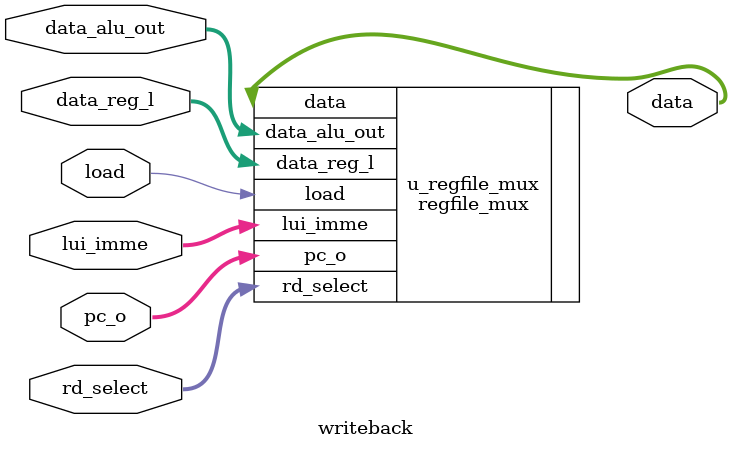
<source format=v>
`include "regfile_mux.v"
module writeback (
      
    input wire [31:0] data_alu_out,
    input wire [31:0] data_reg_l,
    input wire [31:0] pc_o,
    input wire [1:0] rd_select,
    input wire load,
    input wire [31:0]lui_imme,
    output wire [31:0] data
);

regfile_mux u_regfile_mux (
    .data_alu_out(data_alu_out),
    .data_reg_l(data_reg_l),
    .load(load),
    .lui_imme(lui_imme),
    .pc_o(pc_o),
    .rd_select(rd_select),
    .data(data)

);
    
endmodule
</source>
